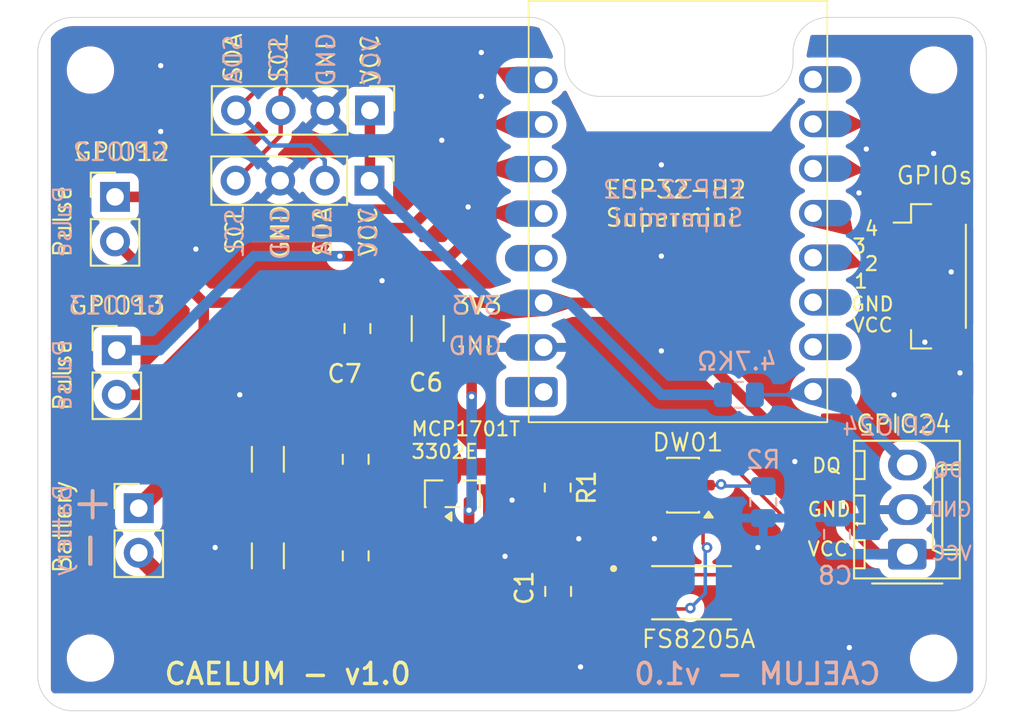
<source format=kicad_pcb>
(kicad_pcb (version 20241229) (generator "pcbnew") (generator_version "9.0")
  (layers (0 "F.Cu" signal) (2 "B.Cu" signal) (13 "F.Paste" user) (15 "B.Paste" user) (5 "F.SilkS" user "F.Silkscreen") (7 "B.SilkS" user "B.Silkscreen") (1 "F.Mask" user) (3 "B.Mask" user) (25 "Edge.Cuts" user))
  (net 0 "")
  (net 1 "Net-(U1-VCC)")
  (net 2 "BATT-")
  (net 3 "OUT-")
  (net 4 "BATT+")
  (net 5 "+3V3")
  (net 6 "Net-(U1-CS)")
  (net 8 "GPIO12")
  (net 9 "SDA")
  (net 10 "SCL")
  (net 13 "GPIO1")
  (net 14 "GPIO2")
  (net 15 "GPIO13")
  (net 17 "GPIO24")
  (net 18 "Net-(Q1-D12-Pad1)")
  (net 19 "Net-(Q1-G1)")
  (net 20 "Net-(Q1-G2)")
  (net 21 "GPIO3")
  (net 22 "GPIO4")
  (footprint "Capacitor_SMD:C_0805_2012Metric" (layer "F.Cu") (at 75.2 44.225 -90)
    (property "Reference" "C7" (at 2.575 0.735 0) (layer "F.SilkS"))
    (property "Value" "0.1µF")
    (fp_line (start -0.261252 0.735) (end 0.261252 0.735) (stroke (width 0.12)) (layer "F.SilkS"))
    (fp_line (start -0.261252 -0.735) (end 0.261252 -0.735) (stroke (width 0.12)) (layer "F.SilkS"))
    (pad "1" smd roundrect (at -0.95 0 270) (size 1 1.45) (layers "F.Cu" "F.Mask" "F.Paste") (net 5 "+3V3"))
    (pad "2" smd roundrect (at 0.95 0 270) (size 1 1.45) (layers "F.Cu" "F.Mask" "F.Paste") (net 3 "OUT-"))
  )
  (footprint "MountingHole:MountingHole_2.2mm_M2" (layer "F.Cu") (at 60 63)
    (property "Reference" "H2" (hide yes))
    (property "Value" "MountingHole")
    (pad "" np_thru_hole circle (at 0 0) (size 2.2 2.2) (drill 2.2) (layers "*.Cu" "*.Mask"))
  )
  (footprint "MountingHole:MountingHole_2.2mm_M2" (layer "F.Cu") (at 108 29.5)
    (property "Reference" "H3" (hide yes))
    (property "Value" "MountingHole")
    (pad "" np_thru_hole circle (at 0 0) (size 2.2 2.2) (drill 2.2) (layers "*.Cu" "*.Mask"))
  )
  (footprint "Capacitor_SMD:C_1206_3216Metric" (layer "F.Cu") (at 70.1 57.175 -90)
    (property "Reference" "C4" (hide yes))
    (property "Value" "1µF")
    (fp_line (start -0.711252 0.91) (end 0.711252 0.91) (stroke (width 0.12)) (layer "F.SilkS"))
    (fp_line (start -0.711252 -0.91) (end 0.711252 -0.91) (stroke (width 0.12)) (layer "F.SilkS"))
    (pad "1" smd roundrect (at -1.475 0 270) (size 1.15 1.8) (layers "F.Cu" "F.Mask" "F.Paste") (roundrect_rratio 0.217391) (net 3 "OUT-"))
    (pad "2" smd roundrect (at 1.475 0 270) (size 1.15 1.8) (layers "F.Cu" "F.Mask" "F.Paste") (roundrect_rratio 0.217391) (net 5 "+3V3"))
  )
  (footprint "Connector_PinHeader_2.54mm:PinHeader_1x02_P2.54mm_Vertical" (layer "F.Cu") (at 61.5 45.46)
    (property "Reference" "J6" (hide yes))
    (property "Value" "Pulse2")
    (fp_line (start -1.38 -1.38) (end 0 -1.38) (stroke (width 0.12)) (layer "F.SilkS"))
    (fp_line (start -1.38 0) (end -1.38 -1.38) (stroke (width 0.12)) (layer "F.SilkS"))
    (fp_line (start -1.38 1.27) (end -1.38 3.92) (stroke (width 0.12)) (layer "F.SilkS"))
    (fp_line (start -1.38 1.27) (end 1.38 1.27) (stroke (width 0.12)) (layer "F.SilkS"))
    (fp_line (start -1.38 3.92) (end 1.38 3.92) (stroke (width 0.12)) (layer "F.SilkS"))
    (fp_line (start 1.38 1.27) (end 1.38 3.92) (stroke (width 0.12)) (layer "F.SilkS"))
    (pad "1" thru_hole rect (at 0 0) (size 1.7 1.7) (drill 1) (layers "*.Cu" "*.Mask") (net 15 "GPIO13"))
    (pad "2" thru_hole circle (at 0 2.54) (size 1.7 1.7) (drill 1) (layers "*.Cu" "*.Mask") (net 5 "+3V3"))
  )
  (footprint "Connector_Molex:Molex_KK-254_AE-6410-03A_1x03_P2.54mm_Vertical" (layer "F.Cu") (at 106.5 57.08 90)
    (property "Reference" "J8" (hide yes))
    (property "Value" "DS18B20")
    (fp_line (start 6.46 -3.03) (end -1.38 -3.03) (stroke (width 0.12)) (layer "F.SilkS"))
    (fp_line (start 4.28 -3.03) (end 4.28 -2.43) (stroke (width 0.12)) (layer "F.SilkS"))
    (fp_line (start 1.74 -3.03) (end 1.74 -2.43) (stroke (width 0.12)) (layer "F.SilkS"))
    (fp_line (start -0.8 -3.03) (end -0.8 -2.43) (stroke (width 0.12)) (layer "F.SilkS"))
    (fp_line (start -1.38 -3.03) (end -1.38 2.99) (stroke (width 0.12)) (layer "F.SilkS"))
    (fp_line (start 5.88 -2.43) (end 5.88 -3.03) (stroke (width 0.12)) (layer "F.SilkS"))
    (fp_line (start 4.28 -2.43) (end 5.88 -2.43) (stroke (width 0.12)) (layer "F.SilkS"))
    (fp_line (start 3.34 -2.43) (end 3.34 -3.03) (stroke (width 0.12)) (layer "F.SilkS"))
    (fp_line (start 1.74 -2.43) (end 3.34 -2.43) (stroke (width 0.12)) (layer "F.SilkS"))
    (fp_line (start 0.8 -2.43) (end 0.8 -3.03) (stroke (width 0.12)) (layer "F.SilkS"))
    (fp_line (start -0.8 -2.43) (end 0.8 -2.43) (stroke (width 0.12)) (layer "F.SilkS"))
    (fp_line (start -1.67 -2) (end -1.67 2) (stroke (width 0.12)) (layer "F.SilkS"))
    (fp_line (start 4.83 1.46) (end 5.08 1.99) (stroke (width 0.12)) (layer "F.SilkS"))
    (fp_line (start 0.25 1.46) (end 4.83 1.46) (stroke (width 0.12)) (layer "F.SilkS"))
    (fp_line (start 5.08 1.99) (end 5.08 2.99) (stroke (width 0.12)) (layer "F.SilkS"))
    (fp_line (start 0 1.99) (end 0.25 1.46) (stroke (width 0.12)) (layer "F.SilkS"))
    (fp_line (start 0 1.99) (end 5.08 1.99) (stroke (width 0.12)) (layer "F.SilkS"))
    (fp_line (start 6.46 2.99) (end 6.46 -3.03) (stroke (width 0.12)) (layer "F.SilkS"))
    (fp_line (start 4.83 2.99) (end 4.83 1.99) (stroke (width 0.12)) (layer "F.SilkS"))
    (fp_line (start 0.25 2.99) (end 0.25 1.99) (stroke (width 0.12)) (layer "F.SilkS"))
    (fp_line (start 0 2.99) (end 0 1.99) (stroke (width 0.12)) (layer "F.SilkS"))
    (fp_line (start -1.38 2.99) (end 6.46 2.99) (stroke (width 0.12)) (layer "F.SilkS"))
    (pad "1" thru_hole roundrect (at 0 0 90) (size 1.74 2.19) (drill 1.19) (layers "*.Cu" "*.Mask") (roundrect_rratio 0.143678) (net 5 "+3V3"))
    (pad "2" thru_hole oval (at 2.54 0 90) (size 1.74 2.19) (drill 1.19) (layers "*.Cu" "*.Mask") (net 3 "OUT-"))
    (pad "3" thru_hole oval (at 5.08 0 90) (size 1.74 2.19) (drill 1.19) (layers "*.Cu" "*.Mask") (net 17 "GPIO24"))
  )
  (footprint "Connector_PinHeader_2.54mm:PinHeader_1x02_P2.54mm_Vertical" (layer "F.Cu") (at 61.4 36.725)
    (property "Reference" "J3" (hide yes))
    (property "Value" "Pulse1")
    (fp_line (start -1.38 -1.38) (end 0 -1.38) (stroke (width 0.12)) (layer "F.SilkS"))
    (fp_line (start -1.38 0) (end -1.38 -1.38) (stroke (width 0.12)) (layer "F.SilkS"))
    (fp_line (start -1.38 1.27) (end -1.38 3.92) (stroke (width 0.12)) (layer "F.SilkS"))
    (fp_line (start -1.38 1.27) (end 1.38 1.27) (stroke (width 0.12)) (layer "F.SilkS"))
    (fp_line (start -1.38 3.92) (end 1.38 3.92) (stroke (width 0.12)) (layer "F.SilkS"))
    (fp_line (start 1.38 1.27) (end 1.38 3.92) (stroke (width 0.12)) (layer "F.SilkS"))
    (pad "1" thru_hole rect (at 0 0) (size 1.7 1.7) (drill 1) (layers "*.Cu" "*.Mask") (net 8 "GPIO12"))
    (pad "2" thru_hole circle (at 0 2.54) (size 1.7 1.7) (drill 1) (layers "*.Cu" "*.Mask") (net 5 "+3V3"))
  )
  (footprint "Capacitor_SMD:C_0805_2012Metric" (layer "F.Cu") (at 75.1 57.175 -90)
    (property "Reference" "C5" (hide yes))
    (property "Value" "0.1µF")
    (fp_line (start -0.261252 0.735) (end 0.261252 0.735) (stroke (width 0.12)) (layer "F.SilkS"))
    (fp_line (start -0.261252 -0.735) (end 0.261252 -0.735) (stroke (width 0.12)) (layer "F.SilkS"))
    (pad "1" smd roundrect (at -0.95 0 270) (size 1 1.45) (layers "F.Cu" "F.Mask" "F.Paste") (net 3 "OUT-"))
    (pad "2" smd roundrect (at 0.95 0 270) (size 1 1.45) (layers "F.Cu" "F.Mask" "F.Paste") (net 5 "+3V3"))
  )
  (footprint "Capacitor_SMD:C_1206_3216Metric" (layer "F.Cu") (at 79.2 44.225 -90)
    (property "Reference" "C6" (at 3.075 0.1 180) (layer "F.SilkS"))
    (property "Value" "1µF")
    (fp_line (start -0.711252 0.91) (end 0.711252 0.91) (stroke (width 0.12)) (layer "F.SilkS"))
    (fp_line (start -0.711252 -0.91) (end 0.711252 -0.91) (stroke (width 0.12)) (layer "F.SilkS"))
    (pad "1" smd roundrect (at -1.475 0 270) (size 1.15 1.8) (layers "F.Cu" "F.Mask" "F.Paste") (roundrect_rratio 0.217391) (net 5 "+3V3"))
    (pad "2" smd roundrect (at 1.475 0 270) (size 1.15 1.8) (layers "F.Cu" "F.Mask" "F.Paste") (roundrect_rratio 0.217391) (net 3 "OUT-"))
  )
  (footprint "MountingHole:MountingHole_2.2mm_M2" (layer "F.Cu") (at 60 29.5)
    (property "Reference" "H1" (hide yes))
    (property "Value" "MountingHole")
    (pad "" np_thru_hole circle (at 0 0) (size 2.2 2.2) (drill 2.2) (layers "*.Cu" "*.Mask"))
  )
  (footprint "Capacitor_SMD:C_1206_3216Metric" (layer "F.Cu") (at 70.1 51.675 -90)
    (property "Reference" "C2" (hide yes))
    (property "Value" "1µF")
    (fp_line (start -0.711252 0.91) (end 0.711252 0.91) (stroke (width 0.12)) (layer "F.SilkS"))
    (fp_line (start -0.711252 -0.91) (end 0.711252 -0.91) (stroke (width 0.12)) (layer "F.SilkS"))
    (pad "1" smd roundrect (at -1.475 0 270) (size 1.15 1.8) (layers "F.Cu" "F.Mask" "F.Paste") (roundrect_rratio 0.217391) (net 4 "BATT+"))
    (pad "2" smd roundrect (at 1.475 0 270) (size 1.15 1.8) (layers "F.Cu" "F.Mask" "F.Paste") (roundrect_rratio 0.217391) (net 3 "OUT-"))
  )
  (footprint "Capacitor_SMD:C_0805_2012Metric" (layer "F.Cu") (at 86.625 59.2 -90)
    (property "Reference" "C1" (at -0.2 1.925 270) (layer "F.SilkS"))
    (property "Value" "0.1µF")
    (fp_line (start -0.261252 0.735) (end 0.261252 0.735) (stroke (width 0.12)) (layer "F.SilkS"))
    (fp_line (start -0.261252 -0.735) (end 0.261252 -0.735) (stroke (width 0.12)) (layer "F.SilkS"))
    (pad "1" smd roundrect (at -0.95 0 270) (size 1 1.45) (layers "F.Cu" "F.Mask" "F.Paste") (net 1 "Net-(U1-VCC)"))
    (pad "2" smd roundrect (at 0.95 0 270) (size 1 1.45) (layers "F.Cu" "F.Mask" "F.Paste") (net 2 "BATT-"))
  )
  (footprint "FS8205A:SOP65P640X120-8N-FC" (layer "F.Cu") (at 94.22 59.275)
    (property "Reference" "Q1" (hide yes))
    (property "Value" "FS8205A-FC")
    (fp_line (start -2.25 -1.515) (end 2.25 -1.515) (stroke (width 0.127)) (layer "F.SilkS"))
    (fp_line (start -2.25 1.515) (end 2.25 1.515) (stroke (width 0.127)) (layer "F.SilkS"))
    (fp_circle (center -4.44 -1.375) (end -4.34 -1.375) (stroke (width 0.2)) (fill no) (layer "F.SilkS"))
    (pad "1" smd roundrect (at -2.88 -0.975) (size 1.56 0.4) (layers "F.Cu" "F.Mask" "F.Paste") (roundrect_rratio 0.125) (net 18 "Net-(Q1-D12-Pad1)") (clearance 0.15))
    (pad "2" smd roundrect (at -2.88 -0.325) (size 1.56 0.4) (layers "F.Cu" "F.Mask" "F.Paste") (roundrect_rratio 0.125) (net 2 "BATT-") (clearance 0.15))
    (pad "3" smd roundrect (at -2.88 0.325) (size 1.56 0.4) (layers "F.Cu" "F.Mask" "F.Paste") (roundrect_rratio 0.125) (net 2 "BATT-") (clearance 0.15))
    (pad "4" smd roundrect (at -2.88 0.975) (size 1.56 0.4) (layers "F.Cu" "F.Mask" "F.Paste") (roundrect_rratio 0.125) (net 19 "Net-(Q1-G1)") (clearance 0.15))
    (pad "5" smd roundrect (at 2.88 0.975) (size 1.56 0.4) (layers "F.Cu" "F.Mask" "F.Paste") (roundrect_rratio 0.125) (net 20 "Net-(Q1-G2)") (clearance 0.15))
    (pad "6" smd roundrect (at 2.88 0.325) (size 1.56 0.4) (layers "F.Cu" "F.Mask" "F.Paste") (roundrect_rratio 0.125) (net 3 "OUT-") (clearance 0.15))
    (pad "7" smd roundrect (at 2.88 -0.325) (size 1.56 0.4) (layers "F.Cu" "F.Mask" "F.Paste") (roundrect_rratio 0.125) (net 3 "OUT-") (clearance 0.15))
    (pad "8" smd roundrect (at 2.88 -0.975) (size 1.56 0.4) (layers "F.Cu" "F.Mask" "F.Paste") (roundrect_rratio 0.125) (net 18 "Net-(Q1-D12-Pad1)") (clearance 0.15))
  )
  (footprint "Package_TO_SOT_SMD:SOT-23" (layer "F.Cu") (at 80.6 53.6375 90)
    (property "Reference" "U2" (hide yes))
    (property "Value" "MCP1700T-3302E")
    (fp_line (start 0.76 -1.56) (end 0.76 -0.56) (stroke (width 0.12)) (layer "F.SilkS"))
    (fp_line (start -0.76 -1.56) (end 0.76 -1.56) (stroke (width 0.12)) (layer "F.SilkS"))
    (fp_line (start -0.76 -1.51) (end -0.76 -1.56) (stroke (width 0.12)) (layer "F.SilkS"))
    (fp_line (start -0.76 0.39) (end -0.76 -0.39) (stroke (width 0.12)) (layer "F.SilkS"))
    (fp_line (start 0.76 0.56) (end 0.76 1.56) (stroke (width 0.12)) (layer "F.SilkS"))
    (fp_line (start 0.76 1.56) (end -0.76 1.56) (stroke (width 0.12)) (layer "F.SilkS"))
    (fp_line (start -0.76 1.56) (end -0.76 1.51) (stroke (width 0.12)) (layer "F.SilkS"))
    (fp_poly (pts (xy -1.3 -0.38) (xy -1.06 -0.05) (xy -1.54 -0.05)) (stroke (width 0.12)) (fill yes) (layer "F.SilkS"))
    (pad "1" smd roundrect (at -0.9375 -0.95 90) (size 1.475 0.6) (layers "F.Cu" "F.Mask" "F.Paste") (net 3 "OUT-"))
    (pad "2" smd roundrect (at -0.9375 0.95 90) (size 1.475 0.6) (layers "F.Cu" "F.Mask" "F.Paste") (net 5 "+3V3"))
    (pad "3" smd roundrect (at 0.9375 0 90) (size 1.475 0.6) (layers "F.Cu" "F.Mask" "F.Paste") (net 4 "BATT+"))
  )
  (footprint "Connector_PinHeader_2.54mm:PinHeader_1x04_P2.54mm_Vertical" (layer "F.Cu") (at 75.88 35.8 -90)
    (property "Reference" "J7" (hide yes))
    (property "Value" "Conn_01x04_Pin")
    (fp_line (start -1.38 9) (end 1.38 9) (stroke (width 0.12)) (layer "F.SilkS"))
    (fp_line (start -1.38 1.27) (end -1.38 9) (stroke (width 0.12)) (layer "F.SilkS"))
    (fp_line (start -1.38 1.27) (end 1.38 1.27) (stroke (width 0.12)) (layer "F.SilkS"))
    (fp_line (start 1.38 1.27) (end 1.38 9) (stroke (width 0.12)) (layer "F.SilkS"))
    (fp_line (start -1.38 0) (end -1.38 -1.38) (stroke (width 0.12)) (layer "F.SilkS"))
    (fp_line (start -1.38 -1.38) (end 0 -1.38) (stroke (width 0.12)) (layer "F.SilkS"))
    (pad "1" thru_hole rect (at 0 0 270) (size 1.7 1.7) (drill 1) (layers "*.Cu" "*.Mask") (net 5 "+3V3"))
    (pad "2" thru_hole circle (at 0 2.54 270) (size 1.7 1.7) (drill 1) (layers "*.Cu" "*.Mask") (net 9 "SDA"))
    (pad "3" thru_hole circle (at 0 5.08 270) (size 1.7 1.7) (drill 1) (layers "*.Cu" "*.Mask") (net 3 "OUT-"))
    (pad "4" thru_hole circle (at 0 7.62 270) (size 1.7 1.7) (drill 1) (layers "*.Cu" "*.Mask") (net 10 "SCL"))
  )
  (footprint "Connector_PinHeader_2.54mm:PinHeader_1x02_P2.54mm_Vertical" (layer "F.Cu") (at 62.75 54.46)
    (property "Reference" "J4" (hide yes))
    (property "Value" "Batt")
    (fp_line (start -1.38 -1.38) (end 0 -1.38) (stroke (width 0.12)) (layer "F.SilkS"))
    (fp_line (start -1.38 0) (end -1.38 -1.38) (stroke (width 0.12)) (layer "F.SilkS"))
    (fp_line (start -1.38 1.27) (end -1.38 3.92) (stroke (width 0.12)) (layer "F.SilkS"))
    (fp_line (start -1.38 1.27) (end 1.38 1.27) (stroke (width 0.12)) (layer "F.SilkS"))
    (fp_line (start -1.38 3.92) (end 1.38 3.92) (stroke (width 0.12)) (layer "F.SilkS"))
    (fp_line (start 1.38 1.27) (end 1.38 3.92) (stroke (width 0.12)) (layer "F.SilkS"))
    (pad "1" thru_hole rect (at 0 0) (size 1.7 1.7) (drill 1) (layers "*.Cu" "*.Mask") (net 4 "BATT+"))
    (pad "2" thru_hole circle (at 0 2.54) (size 1.7 1.7) (drill 1) (layers "*.Cu" "*.Mask") (net 2 "BATT-"))
  )
  (footprint "Connector_PinHeader_2.54mm:PinHeader_1x04_P2.54mm_Vertical" (layer "F.Cu") (at 75.91 31.8 -90)
    (property "Reference" "J10" (hide yes))
    (property "Value" "Conn_01x04_Pin")
    (fp_line (start -1.38 9) (end 1.38 9) (stroke (width 0.12)) (layer "F.SilkS"))
    (fp_line (start -1.38 1.27) (end -1.38 9) (stroke (width 0.12)) (layer "F.SilkS"))
    (fp_line (start -1.38 1.27) (end 1.38 1.27) (stroke (width 0.12)) (layer "F.SilkS"))
    (fp_line (start 1.38 1.27) (end 1.38 9) (stroke (width 0.12)) (layer "F.SilkS"))
    (fp_line (start -1.38 0) (end -1.38 -1.38) (stroke (width 0.12)) (layer "F.SilkS"))
    (fp_line (start -1.38 -1.38) (end 0 -1.38) (stroke (width 0.12)) (layer "F.SilkS"))
    (pad "1" thru_hole rect (at 0 0 270) (size 1.7 1.7) (drill 1) (layers "*.Cu" "*.Mask") (net 5 "+3V3"))
    (pad "2" thru_hole circle (at 0 2.54 270) (size 1.7 1.7) (drill 1) (layers "*.Cu" "*.Mask") (net 3 "OUT-"))
    (pad "3" thru_hole circle (at 0 5.08 270) (size 1.7 1.7) (drill 1) (layers "*.Cu" "*.Mask") (net 10 "SCL"))
    (pad "4" thru_hole circle (at 0 7.62 270) (size 1.7 1.7) (drill 1) (layers "*.Cu" "*.Mask") (net 9 "SDA"))
  )
  (footprint "MountingHole:MountingHole_2.2mm_M2" (layer "F.Cu") (at 108 63)
    (property "Reference" "H4" (hide yes))
    (property "Value" "MountingHole")
    (pad "" np_thru_hole circle (at 0 0) (size 2.2 2.2) (drill 2.2) (layers "*.Cu" "*.Mask"))
  )
  (footprint "esp32-h2-supermini:ESP32H2-Supermini" (layer "F.Cu") (at 92.947363 50.559822)
    (property "Reference" "U3" (hide yes))
    (property "Value" "ESP32-H2-SUPERMINI")
    (fp_rect (start -8 -25) (end 9 -1) (stroke (width 0.1)) (fill no) (layer "F.SilkS"))
    (pad "2" thru_hole oval (at -7.15 -20.5 180) (size 3 1.5) (drill 1 (offset 0.7 0)) (layers "*.Cu" "*.Mask") (net 9 "SDA"))
    (pad "3" thru_hole oval (at -7.15 -17.96 180) (size 3 1.5) (drill 1 (offset 0.7 0)) (layers "*.Cu" "*.Mask") (net 10 "SCL"))
    (pad "4" thru_hole oval (at -7.15 -15.42 180) (size 3 1.5) (drill 1 (offset 0.7 0)) (layers "*.Cu" "*.Mask") (net 8 "GPIO12"))
    (pad "5" thru_hole oval (at -7.15 -12.88 180) (size 3 1.5) (drill 1 (offset 0.7 0)) (layers "*.Cu" "*.Mask") (net 15 "GPIO13"))
    (pad "6" thru_hole oval (at -7.15 -10.34 180) (size 3 1.5) (drill 1 (offset 0.7 0)) (layers "*.Cu" "*.Mask"))
    (pad "7" thru_hole oval (at -7.15 -7.8 180) (size 3 1.5) (drill 1 (offset 0.7 0)) (layers "*.Cu" "*.Mask") (net 5 "+3V3"))
    (pad "8" thru_hole oval (at -7.15 -5.26 180) (size 3 1.5) (drill 1 (offset 0.7 0)) (layers "*.Cu" "*.Mask") (net 3 "OUT-"))
    (pad "9" thru_hole roundrect (at -7.15 -2.72 180) (size 3 1.7) (drill 1 (offset 0.7 0)) (layers "*.Cu" "*.Mask") (roundrect_rratio 0.1470588235))
    (pad "12" thru_hole oval (at 8.188242 -20.527323) (size 3 1.5) (drill 1 (offset 0.7 0)) (layers "*.Cu" "*.Mask"))
    (pad "13" thru_hole oval (at 8.188242 -17.987323) (size 3 1.5) (drill 1 (offset 0.7 0)) (layers "*.Cu" "*.Mask") (net 22 "GPIO4"))
    (pad "14" thru_hole oval (at 8.188242 -15.447323) (size 3 1.5) (drill 1 (offset 0.7 0)) (layers "*.Cu" "*.Mask") (net 21 "GPIO3"))
    (pad "15" thru_hole oval (at 8.188242 -12.907323) (size 3 1.5) (drill 1 (offset 0.7 0)) (layers "*.Cu" "*.Mask") (net 14 "GPIO2"))
    (pad "16" thru_hole oval (at 8.188242 -10.367323) (size 3 1.5) (drill 1 (offset 0.7 0)) (layers "*.Cu" "*.Mask") (net 13 "GPIO1"))
    (pad "17" thru_hole oval (at 8.188242 -7.827323) (size 3 1.5) (drill 1 (offset 0.7 0)) (layers "*.Cu" "*.Mask"))
    (pad "18" thru_hole oval (at 8.188242 -5.287323) (size 3 1.5) (drill 1 (offset 0.7 0)) (layers "*.Cu" "*.Mask"))
    (pad "19" thru_hole oval (at 8.188242 -2.747323) (size 3 1.5) (drill 1 (offset 0.7 0)) (layers "*.Cu" "*.Mask") (net 17 "GPIO24"))
  )
  (footprint "Resistor_SMD:R_0805_2012Metric" (layer "F.Cu") (at 86.6 53.2875 -90)
    (property "Reference" "R1" (at 0 -1.65 90) (layer "F.SilkS"))
    (property "Value" "100R")
    (fp_line (start -0.227064 0.735) (end 0.227064 0.735) (stroke (width 0.12)) (layer "F.SilkS"))
    (fp_line (start -0.227064 -0.735) (end 0.227064 -0.735) (stroke (width 0.12)) (layer "F.SilkS"))
    (pad "1" smd roundrect (at -0.9125 0 270) (size 1.025 1.4) (layers "F.Cu" "F.Mask" "F.Paste") (roundrect_rratio 0.243902) (net 4 "BATT+"))
    (pad "2" smd roundrect (at 0.9125 0 270) (size 1.025 1.4) (layers "F.Cu" "F.Mask" "F.Paste") (roundrect_rratio 0.243902) (net 1 "Net-(U1-VCC)"))
  )
  (footprint "Capacitor_SMD:C_0805_2012Metric" (layer "F.Cu") (at 75.1 51.675 -90)
    (property "Reference" "C3" (hide yes))
    (property "Value" "0.1µF")
    (fp_line (start -0.261252 0.735) (end 0.261252 0.735) (stroke (width 0.12)) (layer "F.SilkS"))
    (fp_line (start -0.261252 -0.735) (end 0.261252 -0.735) (stroke (width 0.12)) (layer "F.SilkS"))
    (pad "1" smd roundrect (at -0.95 0 270) (size 1 1.45) (layers "F.Cu" "F.Mask" "F.Paste") (net 4 "BATT+"))
    (pad "2" smd roundrect (at 0.95 0 270) (size 1 1.45) (layers "F.Cu" "F.Mask" "F.Paste") (net 3 "OUT-"))
  )
  (footprint "Package_TO_SOT_SMD:SOT-23-6" (layer "F.Cu") (at 93.7375 53.15 180)
    (property "Reference" "U1" (hide yes))
    (property "Value" "DW01A")
    (fp_line (start 0.91 1.56) (end -0.91 1.56) (stroke (width 0.12)) (layer "F.SilkS"))
    (fp_line (start 0.91 1.51) (end 0.91 1.56) (stroke (width 0.12)) (layer "F.SilkS"))
    (fp_line (start 0.91 -1.56) (end 0.91 -1.51) (stroke (width 0.12)) (layer "F.SilkS"))
    (fp_line (start -0.91 1.56) (end -0.91 1.51) (stroke (width 0.12)) (layer "F.SilkS"))
    (fp_line (start -0.91 -1.51) (end -0.91 -1.56) (stroke (width 0.12)) (layer "F.SilkS"))
    (fp_line (start -0.91 -1.56) (end 0.91 -1.56) (stroke (width 0.12)) (layer "F.SilkS"))
    (fp_poly (pts (xy -1.45 -1.51) (xy -1.69 -1.84) (xy -1.21 -1.84)) (stroke (width 0.12)) (fill yes) (layer "F.SilkS"))
    (pad "1" smd roundrect (at -1.1375 -0.95 180) (size 1.325 0.6) (layers "F.Cu" "F.Mask" "F.Paste") (net 19 "Net-(Q1-G1)"))
    (pad "2" smd roundrect (at -1.1375 0 180) (size 1.325 0.6) (layers "F.Cu" "F.Mask" "F.Paste") (net 6 "Net-(U1-CS)"))
    (pad "3" smd roundrect (at -1.1375 0.95 180) (size 1.325 0.6) (layers "F.Cu" "F.Mask" "F.Paste") (net 20 "Net-(Q1-G2)"))
    (pad "4" smd roundrect (at 1.1375 0.95 180) (size 1.325 0.6) (layers "F.Cu" "F.Mask" "F.Paste"))
    (pad "5" smd roundrect (at 1.1375 0 180) (size 1.325 0.6) (layers "F.Cu" "F.Mask" "F.Paste") (net 1 "Net-(U1-VCC)"))
    (pad "6" smd roundrect (at 1.1375 -0.95 180) (size 1.325 0.6) (layers "F.Cu" "F.Mask" "F.Paste") (net 2 "BATT-"))
  )
  (footprint "Connector_JST:JST_SH_BM06B-SRSS-TB_1x06-1MP_P1.00mm_Vertical" (layer "F.Cu") (at 107.825 41.25 -90)
    (property "Reference" "J1" (hide yes))
    (property "Value" "Conn_01x06_Pin")
    (fp_line (start -4.11 1.11) (end -3.06 1.11) (stroke (width 0.12)) (layer "F.SilkS"))
    (fp_line (start -3.06 1.11) (end -3.06 2.1) (stroke (width 0.12)) (layer "F.SilkS"))
    (fp_line (start 4.11 1.11) (end 3.06 1.11) (stroke (width 0.12)) (layer "F.SilkS"))
    (fp_line (start -4.11 -0.04) (end -4.11 1.11) (stroke (width 0.12)) (layer "F.SilkS"))
    (fp_line (start 4.11 -0.04) (end 4.11 1.11) (stroke (width 0.12)) (layer "F.SilkS"))
    (fp_line (start -2.94 -2.01) (end 2.94 -2.01) (stroke (width 0.12)) (layer "F.SilkS"))
    (pad "1" smd roundrect (at -2.5 1.325 270) (size 0.6 1.55) (layers "F.Cu" "F.Mask" "F.Paste") (net 22 "GPIO4"))
    (pad "2" smd roundrect (at -1.5 1.325 270) (size 0.6 1.55) (layers "F.Cu" "F.Mask" "F.Paste") (net 21 "GPIO3"))
    (pad "3" smd roundrect (at -0.5 1.325 270) (size 0.6 1.55) (layers "F.Cu" "F.Mask" "F.Paste") (net 14 "GPIO2"))
    (pad "4" smd roundrect (at 0.5 1.325 270) (size 0.6 1.55) (layers "F.Cu" "F.Mask" "F.Paste") (net 13 "GPIO1"))
    (pad "5" smd roundrect (at 1.5 1.325 270) (size 0.6 1.55) (layers "F.Cu" "F.Mask" "F.Paste") (net 3 "OUT-"))
    (pad "6" smd roundrect (at 2.5 1.325 270) (size 0.6 1.55) (layers "F.Cu" "F.Mask" "F.Paste") (net 5 "+3V3"))
    (pad "MP" smd roundrect (at -3.8 -1.2 270) (size 1.2 1.8) (layers "F.Cu" "F.Mask" "F.Paste") (roundrect_rratio 0.208333))
    (pad "MP" smd roundrect (at 3.8 -1.2 270) (size 1.2 1.8) (layers "F.Cu" "F.Mask" "F.Paste") (roundrect_rratio 0.208333))
  )
  (footprint "Resistor_SMD:R_0805_2012Metric" (layer "B.Cu") (at 98.3 54.1125 -90)
    (property "Reference" "R2" (at -2.4125 0 180) (layer "B.SilkS") (effects (justify mirror)))
    (property "Value" "1K")
    (fp_line (start -0.227064 0.735) (end 0.227064 0.735) (stroke (width 0.12)) (layer "B.SilkS"))
    (fp_line (start -0.227064 -0.735) (end 0.227064 -0.735) (stroke (width 0.12)) (layer "B.SilkS"))
    (pad "1" smd roundrect (at -0.9125 0 270) (size 1.025 1.4) (layers "B.Cu" "B.Mask" "B.Paste") (roundrect_rratio 0.243902) (net 6 "Net-(U1-CS)"))
    (pad "2" smd roundrect (at 0.9125 0 270) (size 1.025 1.4) (layers "B.Cu" "B.Mask" "B.Paste") (roundrect_rratio 0.243902) (net 3 "OUT-"))
  )
  (footprint "Resistor_SMD:R_0805_2012Metric" (layer "B.Cu") (at 96.9125 48)
    (property "Reference" "R3" (hide yes))
    (property "Value" "4.7K")
    (fp_line (start -0.227064 -0.735) (end 0.227064 -0.735) (stroke (width 0.12)) (layer "B.SilkS"))
    (fp_line (start -0.227064 0.735) (end 0.227064 0.735) (stroke (width 0.12)) (layer "B.SilkS"))
    (pad "1" smd roundrect (at -0.9125 0) (size 1.025 1.4) (layers "B.Cu" "B.Mask" "B.Paste") (roundrect_rratio 0.243902) (net 5 "+3V3"))
    (pad "2" smd roundrect (at 0.9125 0) (size 1.025 1.4) (layers "B.Cu" "B.Mask" "B.Paste") (roundrect_rratio 0.243902) (net 17 "GPIO24"))
  )
  (footprint "Capacitor_SMD:C_0805_2012Metric" (layer "B.Cu") (at 102.5 55.95 -90)
    (property "Reference" "C8" (at 2.35 0.1 180) (layer "B.SilkS") (effects (justify mirror)))
    (property "Value" "0.1µF")
    (fp_line (start -0.261252 0.735) (end 0.261252 0.735) (stroke (width 0.12)) (layer "B.SilkS"))
    (fp_line (start -0.261252 -0.735) (end 0.261252 -0.735) (stroke (width 0.12)) (layer "B.SilkS"))
    (pad "1" smd roundrect (at -0.95 0 270) (size 1 1.45) (layers "B.Cu" "B.Mask" "B.Paste") (net 3 "OUT-"))
    (pad "2" smd roundrect (at 0.95 0 270) (size 1 1.45) (layers "B.Cu" "B.Mask" "B.Paste") (net 5 "+3V3"))
  )
  (gr_line (start 92.7 54.2) (end 92.6 54.1) (stroke (width 0.2)) (layer "F.Cu") (net 2))
  (gr_line (start 92.6 54.1) (end 92.2 54.3) (stroke (width 0.2)) (layer "F.Cu") (net 2))
  (gr_line (start 100 28.5) (end 100 29) (stroke (width 0.05)) (layer "Edge.Cuts"))
  (gr_arc (start 111 64) (mid 110.414214 65.414214) (end 109 66) (stroke (width 0.05)) (layer "Edge.Cuts"))
  (gr_arc (start 109 26.5) (mid 110.414214 27.085786) (end 111 28.5) (stroke (width 0.05)) (layer "Edge.Cuts"))
  (gr_line (start 87 28.5) (end 87 29) (stroke (width 0.05)) (layer "Edge.Cuts"))
  (gr_line (start 111 64) (end 111 28.5) (stroke (width 0.05)) (layer "Edge.Cuts"))
  (gr_arc (start 57 28.5) (mid 57.585786 27.085786) (end 59 26.5) (stroke (width 0.05)) (layer "Edge.Cuts"))
  (gr_line (start 59 26.5) (end 85 26.5) (stroke (width 0.05)) (layer "Edge.Cuts"))
  (gr_arc (start 100 29) (mid 99.414214 30.414214) (end 98 31) (stroke (width 0.05)) (layer "Edge.Cuts"))
  (gr_line (start 89 31) (end 98 31) (stroke (width 0.05)) (layer "Edge.Cuts"))
  (gr_arc (start 85 26.5) (mid 86.414214 27.085786) (end 87 28.5) (stroke (width 0.05)) (layer "Edge.Cuts"))
  (gr_line (start 109 26.5) (end 102 26.5) (stroke (width 0.05)) (layer "Edge.Cuts"))
  (gr_line (start 57 28.5) (end 57 64) (stroke (width 0.05)) (layer "Edge.Cuts"))
  (gr_arc (start 89 31) (mid 87.585786 30.414214) (end 87 29) (stroke (width 0.05)) (layer "Edge.Cuts"))
  (gr_arc (start 59 66) (mid 57.585786 65.414214) (end 57 64) (stroke (width 0.05)) (layer "Edge.Cuts"))
  (gr_line (start 59 66) (end 109 66) (stroke (width 0.05)) (layer "Edge.Cuts"))
  (gr_arc (start 100 28.5) (mid 100.585786 27.085786) (end 102 26.5) (stroke (width 0.05)) (layer "Edge.Cuts"))
  (gr_text "Battery" (at 59 58.25 90) (layer "F.SilkS") (effects (font (size 1 1) (thickness 0.125)) (justify left bottom)))
  (gr_text "DQ" (at 101 52.5 0) (layer "F.SilkS") (effects (font (size 0.8 0.8) (thickness 0.125)) (justify left bottom)))
  (gr_text "CAELUM - v1.0" (at 64.1 64.6 0) (layer "F.SilkS") (effects (font (size 1.2 1.2) (thickness 0.2) (bold yes)) (justify left bottom)))
  (gr_text "GND" (at 100.75 55 0) (layer "F.SilkS") (effects (font (size 0.8 0.8) (thickness 0.125)) (justify left bottom)))
  (gr_text "GND" (at 74 30.5 90) (layer "F.SilkS") (effects (font (size 1 1) (thickness 0.125)) (justify left bottom)))
  (gr_text "4" (at 104 39 0) (layer "F.SilkS") (effects (font (size 0.8 0.8) (thickness 0.125)) (justify left bottom)))
  (gr_text "2" (at 104 41 0) (layer "F.SilkS") (effects (font (size 0.8 0.8) (thickness 0.125)) (justify left bottom)))
  (gr_text "MCP1701T\n3302E" (at 78.2 51.7 0) (layer "F.SilkS") (effects (font (size 0.8 0.8) (thickness 0.125)) (justify left bottom)))
  (gr_text "VCC" (at 76.4 40.2 90) (layer "F.SilkS") (effects (font (size 1 1) (thickness 0.125)) (justify left bottom)))
  (gr_text "GPIO24" (at 103.5 50.25 0) (layer "F.SilkS") (effects (font (size 1 1) (thickness 0.125)) (justify left bottom)))
  (gr_text "SCL" (at 68.8 40.1 90) (layer "F.SilkS") (effects (font (size 1 1) (thickness 0.125)) (justify left bottom)))
  (gr_text "Pulse" (at 59 40.25 90) (layer "F.SilkS") (effects (font (size 1 1) (thickness 0.125)) (justify left bottom)))
  (gr_text "SDA" (at 73.8 40.2 90) (layer "F.SilkS") (effects (font (size 1 1) (thickness 0.125)) (justify left bottom)))
  (gr_text "SDA" (at 68.7 30.3 90) (layer "F.SilkS") (effects (font (size 1 1) (thickness 0.125)) (justify left bottom)))
  (gr_text "GPIOs" (at 105.805103 36.093748 0) (layer "F.SilkS") (effects (font (size 1 1) (thickness 0.125)) (justify left bottom)))
  (gr_text "VCC" (at 76.5 30.4 90) (layer "F.SilkS") (effects (font (size 1 1) (thickness 0.125)) (justify left bottom)))
  (gr_text "GND" (at 103.2 43.3 0) (layer "F.SilkS") (effects (font (size 0.8 0.8) (thickness 0.125)) (justify left bottom)))
  (gr_text "1" (at 103.4 42 0) (layer "F.SilkS") (effects (font (size 0.8 0.8) (thickness 0.125)) (justify left bottom)))
  (gr_text "GND" (at 80.3 45.8 0) (layer "F.SilkS") (effects (font (size 1 1) (thickness 0.125)) (justify left bottom)))
  (gr_text "VCC" (at 100.75 57.25 0) (layer "F.SilkS") (effects (font (size 0.8 0.8) (thickness 0.125)) (justify left bottom)))
  (gr_text "3" (at 103.3 40 0) (layer "F.SilkS") (effects (font (size 0.8 0.8) (thickness 0.125)) (justify left bottom)))
  (gr_text "SCL" (at 71.3 30.3 90) (layer "F.SilkS") (effects (font (size 1 1) (thickness 0.125)) (justify left bottom)))
  (gr_text "Pulse" (at 59 49 90) (layer "F.SilkS") (effects (font (size 1 1) (thickness 0.125)) (justify left bottom)))
  (gr_text "VCC" (at 103.3 44.5 0) (layer "F.SilkS") (effects (font (size 0.8 0.8) (thickness 0.125)) (justify left bottom)))
  (gr_text "FS8205A" (at 91.3 62.5 0) (layer "F.SilkS") (effects (font (size 1 1) (thickness 0.125)) (justify left bottom)))
  (gr_text "GND" (at 71.4 40.3 90) (layer "F.SilkS") (effects (font (size 1 1) (thickness 0.125)) (justify left bottom)))
  (gr_text "3V3" (at 80.6 43.5 0) (layer "F.SilkS") (effects (font (size 1 1) (thickness 0.125)) (justify left bottom)))
  (gr_text "+" (at 58.75 55.25 0) (layer "F.SilkS") (effects (font (size 2 2) (thickness 0.2)) (justify left bottom)))
  (gr_text "GPIO13" (at 58.75 43.5 0) (layer "F.SilkS") (effects (font (size 1 1) (thickness 0.125)) (justify left bottom)))
  (gr_text "GPIO12" (at 59 34.75 0) (layer "F.SilkS") (effects (font (size 1 1) (thickness 0.125)) (justify left bottom)))
  (gr_text "DW01" (at 91.9 51.3 0) (layer "F.SilkS") (effects (font (size 1 1) (thickness 0.125)) (justify left bottom)))
  (gr_text "ESP32-H2 \nSupermini" (at 89.25 38.5 0) (layer "F.SilkS") (effects (font (size 1 1) (thickness 0.125)) (justify left bottom)))
  (gr_text "-" (at 61 58.25 90) (layer "F.SilkS") (effects (font (size 2 2) (thickness 0.2)) (justify left bottom)))
  (gr_text "GND" (at 110.25 55 0) (layer "B.SilkS") (effects (font (size 0.8 0.8) (thickness 0.125)) (justify left bottom mirror)))
  (gr_text "VCC" (at 76.6 27.5 90) (layer "B.SilkS") (effects (font (size 1 1) (thickness 0.125)) (justify left bottom mirror)))
  (gr_text "GPIO24" (at 108.3 50.4 -0) (layer "B.SilkS") (effects (font (size 1 1) (thickness 0.125)) (justify left bottom mirror)))
  (gr_text "SCL" (at 71.3 27.5 90) (layer "B.SilkS") (effects (font (size 1 1) (thickness 0.125)) (justify left bottom mirror)))
  (gr_text "GPIO13" (at 64.25 43.5 -0) (layer "B.SilkS") (effects (font (size 1 1) (thickness 0.125)) (justify left bottom mirror)))
  (gr_text "+" (at 61.5 55.25 -0) (layer "B.SilkS") (effects (font (size 2 2) (thickness 0.2)) (justify left bottom mirror)))
  (gr_text "GND" (at 83.5 45.8 -0) (layer "B.SilkS") (effects (font (size 1 1) (thickness 0.125)) (justify left bottom mirror)))
  (gr_text "-" (at 59 58.25 -90) (layer "B.SilkS") (effects (font (size 2 2) (thickness 0.2)) (justify left bottom mirror)))
  (gr_text "Pulse" (at 59 44.75 90) (layer "B.SilkS") (effects (font (size 1 1) (thickness 0.125)) (justify left bottom mirror)))
  (gr_text "VCC" (at 110.25 57.5 0) (layer "B.SilkS") (effects (font (size 0.8 0.8) (thickness 0.125)) (justify left bottom mirror)))
  (gr_text "3V3" (at 83.4 43.5 -0) (layer "B.SilkS") (effects (font (size 1 1) (thickness 0.125)) (justify left bottom mirror)))
  (gr_text "SDA" (at 68.7 27.4 90) (layer "B.SilkS") (effects (font (size 1 1) (thickness 0.125)) (justify left bottom mirror)))
  (gr_text "GPIO12" (at 64.5 34.75 -0) (layer "B.SilkS") (effects (font (size 1 1) (thickness 0.125)) (justify left bottom mirror)))
  (gr_text "SDA" (at 73.8 37.2 90) (layer "B.SilkS") (effects (font (size 1 1) (thickness 0.125)) (justify left bottom mirror)))
  (gr_text "DQ" (at 109.75 52.75 0) (layer "B.SilkS") (effects (font (size 0.8 0.8) (thickness 0.125)) (justify left bottom mirror)))
  (gr_text "GND" (at 71.4 37.2 90) (layer "B.SilkS") (effects (font (size 1 1) (thickness 0.125)) (justify left bottom mirror)))
  (gr_text "CAELUM - v1.0" (at 105.1 64.6 -0) (layer "B.SilkS") (effects (font (size 1.2 1.2) (thickness 0.2) (bold yes)) (justify left bottom mirror)))
  (gr_text "VCC" (at 76.4 37.3 90) (layer "B.SilkS") (effects (font (size 1 1) (thickness 0.125)) (justify left bottom mirror)))
  (gr_text "SCL" (at 68.8 37.3 90) (layer "B.SilkS") (effects (font (size 1 1) (thickness 0.125)) (justify left bottom mirror)))
  (gr_text "Battery" (at 59 53 90) (layer "B.SilkS") (effects (font (size 1 1) (thickness 0.125)) (justify left bottom mirror)))
  (gr_text "Pulse" (at 59 36 90) (layer "B.SilkS") (effects (font (size 1 1) (thickness 0.125)) (justify left bottom mirror)))
  (gr_text "4.7KΩ" (at 96.8 46.1 0) (layer "B.SilkS") (effects (font (size 1 1)) (justify mirror)))
  (gr_text "ESP32-H2 \nSupermini" (at 97.25 38.5 -0) (layer "B.SilkS") (effects (font (size 1 1) (thickness 0.125)) (justify left bottom mirror)))
  (gr_text "GND" (at 74 27.3 90) (layer "B.SilkS") (effects (font (size 1 1) (thickness 0.125)) (justify left bottom mirror)))
  (segment (start 86.6 54.2) (end 88.4 54.2) (width 0.4) (layer "F.Cu") (net 1))
  (segment (start 89.45 53.15) (end 92.6 53.15) (width 0.4) (layer "F.Cu") (net 1))
  (segment (start 86.625 54.225) (end 86.6 54.2) (width 0.4) (layer "F.Cu") (net 1))
  (segment (start 86.625 57.725) (end 86.625 54.225) (width 0.4) (layer "F.Cu") (net 1))
  (segment (start 88.4 54.2) (end 89.45 53.15) (width 0.4) (layer "F.Cu") (net 1))
  (segment (start 86.625 60.675) (end 80.925 60.675) (width 1) (layer "F.Cu") (net 2))
  (segment (start 89.2 55.7) (end 90.8 54.1) (width 0.4) (layer "F.Cu") (net 2))
  (segment (start 80.2 61.4) (end 67 61.4) (width 1) (layer "F.Cu") (net 2))
  (segment (start 88.325 60.675) (end 89.2 59.8) (width 0.4) (layer "F.Cu") (net 2))
  (segment (start 89.2 59.8) (end 89.2 55.7) (width 0.4) (layer "F.Cu") (net 2))
  (segment (start 91.54 58.9) (end 91.54 59.55) (width 0.2) (layer "F.Cu") (net 2))
  (segment (start 88.325 60.675) (end 89.45 59.55) (width 0.2) (layer "F.Cu") (net 2))
  (segment (start 86.625 60.675) (end 88.325 60.675) (width 1) (layer "F.Cu") (net 2))
  (segment (start 88.325 60.675) (end 90.1 58.9) (width 0.6) (layer "F.Cu") (net 2))
  (segment (start 89.45 59.55) (end 91.54 59.55) (width 0.4) (layer "F.Cu") (net 2))
  (segment (start 80.925 60.675) (end 80.2 61.4) (width 1) (layer "F.Cu") (net 2))
  (segment (start 90.1 58.9) (end 91.54 58.9) (width 0.4) (layer "F.Cu") (net 2))
  (segment (start 67 61.4) (end 62.8 57.2) (width 1) (layer "F.Cu") (net 2))
  (segment (start 90.8 54.1) (end 92.6 54.1) (width 0.4) (layer "F.Cu") (net 2))
  (segment (start 91.72 59.525) (end 90.935118 59.525) (width 0.2) (layer "F.Cu") (net 2))
  (via (at 67.1 56.7) (size 0.6) (drill 0.3) (layers "F.Cu" "B.Cu") (net 3))
  (via (at 92.1 56.2) (size 0.6) (drill 0.3) (layers "F.Cu" "B.Cu") (net 3))
  (via (at 87.8 56.2) (size 0.6) (drill 0.3) (layers "F.Cu" "B.Cu") (net 3))
  (via (at 82.25 28.5) (size 0.6) (drill 0.3) (layers "F.Cu" "B.Cu") (net 3))
  (via (at 104.168402 34) (size 0.6) (drill 0.3) (layers "F.Cu" "B.Cu") (net 3))
  (via (at 103.75 36.5) (size 0.6) (drill 0.3) (layers "F.Cu" "B.Cu") (net 3))
  (via (at 103.2 62.4) (size 0.6) (drill 0.3) (layers "F.Cu" "B.Cu") (net 3))
  (via (at 82.25 31) (size 0.6) (drill 0.3) (layers "F.Cu" "B.Cu") (net 3))
  (via (at 98 56.7) (size 0.6) (drill 0.3) (layers "F.Cu" "B.Cu") (net 3))
  (via (at 64 33) (size 0.6) (drill 0.3) (layers "F.Cu" "B.Cu") (net 3))
  (via (at 64 29.25) (size 0.6) (drill 0.3) (layers "F.Cu" "B.Cu") (net 3))
  (via (at 76.6 41.5) (size 0.6) (drill 0.3) (layers "F.Cu" "B.Cu") (net 3))
  (via (at 81.5 37.3) (size 0.6) (drill 0.3) (layers "F.Cu" "B.Cu") (net 3))
  (via (at 105.75 48) (size 0.6) (drill 0.3) (layers "F.Cu" "B.Cu") (net 3))
  (via (at 80 33.5) (size 0.6) (drill 0.3) (layers "F.Cu" "B.Cu") (net 3))
  (via (at 87.9 63.5) (size 0.6) (drill 0.3) (layers "F.Cu" "B.Cu") (net 3))
  (via (at 84 54) (size 0.6) (drill 0.3) (layers "F.Cu" "B.Cu") (net 3))
  (via (at 66 39.7) (size 0.6) (drill 0.3) (layers "F.Cu" "B.Cu") (net 3))
  (via (at 92.5 34.9) (size 0.6) (drill 0.3) (layers "F.Cu" "B.Cu") (net 3))
  (via (at 100.1 51.8) (size 0.6) (drill 0.3) (layers "F.Cu" "B.Cu") (net 3))
  (via (at 109 41) (size 0.6) (drill 0.3) (layers "F.Cu" "B.Cu") (net 3))
  (via (at 92.5 45.5) (size 0.6) (drill 0.3) (layers "F.Cu" "B.Cu") (net 3))
  (via (at 92.5 40.1) (size 0.6) (drill 0.3) (layers "F.Cu" "B.Cu") (net 3))
  (via (at 107.5 45) (size 0.6) (drill 0.3) (layers "F.Cu" "B.Cu") (net 3))
  (via (at 108 34.25) (size 0.6) (drill 0.3) (layers "F.Cu" "B.Cu") (net 3))
  (via (at 83.6 57.2) (size 0.6) (drill 0.3) (layers "F.Cu" "B.Cu") (net 3))
  (via (at 68.5 48) (size 0.6) (drill 0.3) (layers "F.Cu" "B.Cu") (net 3))
  (via (at 109.5 46.75) (size 0.6) (drill 0.3) (layers "F.Cu" "B.Cu") (net 3))
  (segment (start 67.01 50.2) (end 70.1 50.2) (width 1) (layer "F.Cu") (net 4))
  (segment (start 62.75 54.46) (end 67.01 50.2) (width 1) (layer "F.Cu") (net 4))
  (segment (start 75.1 50.2) (end 79.2 50.2) (width 1) (layer "F.Cu") (net 4))
  (segment (start 80.6 51.6) (end 80.6 52.2) (width 1) (layer "F.Cu") (net 4))
  (segment (start 70.1 50.2) (end 75.1 50.2) (width 1) (layer "F.Cu") (net 4))
  (segment (start 80.701 52.099) (end 80.6 52.2) (width 1) (layer "F.Cu") (net 4))
  (segment (start 86.6 52.375) (end 86.324 52.099) (width 1) (layer "F.Cu") (net 4))
  (segment (start 80.6 52.2) (end 80.6 52.7) (width 1) (layer "F.Cu") (net 4))
  (segment (start 86.324 52.099) (end 80.701 52.099) (width 1) (layer "F.Cu") (net 4))
  (segment (start 69.6 50.7) (end 70.1 50.2) (width 0.2) (layer "F.Cu") (net 4))
  (segment (start 79.2 50.2) (end 80.6 51.6) (width 1) (layer "F.Cu") (net 4))
  (segment (start 70.1 58.65) (end 75.1 58.65) (width 0.6) (layer "F.Cu") (net 5))
  (segment (start 109.25 56) (end 109.25 48.25) (width 0.6) (layer "F.Cu") (net 5))
  (segment (start 91.759822 42.759822) (end 85.797363 42.759822) (width 0.6) (layer "F.Cu") (net 5))
  (segment (start 103.25 52) (end 101.25 50) (width 0.6) (layer "F.Cu") (net 5))
  (segment (start 62.8 48) (end 61.5 48) (width 0.6) (layer "F.Cu") (net 5))
  (segment (start 66.45 42.75) (end 66.45 44.35) (width 0.6) (layer "F.Cu") (net 5))
  (segment (start 101.25 50) (end 99 50) (width 0.6) (layer "F.Cu") (net 5))
  (segment (start 75.2 42.75) (end 66.45 42.75) (width 0.6) (layer "F.Cu") (net 5))
  (segment (start 66.45 42.75) (end 64.14 40.44) (width 0.6) (layer "F.Cu") (net 5))
  (segment (start 79.2 42.75) (end 75.2 42.75) (width 0.6) (layer "F.Cu") (net 5))
  (segment (start 62.575 40.44) (end 61.4 39.265) (width 0.6) (layer "F.Cu") (net 5))
  (segment (start 81.55 56.45) (end 79.35 58.65) (width 0.6) (layer "F.Cu") (net 5))
  (segment (start 104.83 57.08) (end 103.25 55.5) (width 0.6) (layer "F.Cu") (net 5))
  (segment (start 85.797363 42.759822) (end 83.840178 42.759822) (width 0.6) (layer "F.Cu") (net 5))
  (segment (start 108.17 57.08) (end 109.25 56) (width 0.6) (layer "F.Cu") (net 5))
  (segment (start 85.797363 42.759822) (end 85.787541 42.75) (width 0.6) (layer "F.Cu") (net 5))
  (segment (start 106.5 45.5) (end 106.5 43.75) (width 0.6) (layer "F.Cu") (net 5))
  (segment (start 106.5 57.08) (end 108.17 57.08) (width 0.6) (layer "F.Cu") (net 5))
  (segment (start 79.35 58.65) (end 75.1 58.65) (width 0.6) (layer "F.Cu") (net 5))
  (segment (start 81.55 54.575) (end 81.55 56.45) (width 0.6) (layer "F.Cu") (net 5))
  (segment (start 106.5 57.08) (end 104.83 57.08) (width 0.6) (layer "F.Cu") (net 5))
  (segment (start 66.45 44.35) (end 62.8 48) (width 0.6) (layer "F.Cu") (net 5))
  (segment (start 81.7 44.9) (end 81.7 48.1) (width 0.6) (layer "F.Cu") (net 5))
  (segment (start 83.840178 42.759822) (end 81.7 44.9) (width 0.6) (layer "F.Cu") (net 5))
  (segment (start 64.14 40.44) (end 62.575 40.44) (width 0.6) (layer "F.Cu") (net 5))
  (segment (start 109.25 48.25) (end 106.5 45.5) (width 0.6) (layer "F.Cu") (net 5))
  (segment (start 75.91 31.8) (end 75.91 35.77) (width 0.6) (layer "F.Cu") (net 5))
  (segment (start 75.91 35.77) (end 75.88 35.8) (width 0.6) (layer "F.Cu") (net 5))
  (segment (start 99 50) (end 91.759822 42.759822) (width 0.6) (layer "F.Cu") (net 5))
  (segment (start 103.25 55.5) (end 103.25 52) (width 0.6) (layer "F.Cu") (net 5))
  (segment (start 85.787541 42.75) (end 79.2 42.75) (width 0.6) (layer "F.Cu") (net 5))
  (via (at 81.7 48.1) (size 0.6) (drill 0.3) (layers "F.Cu" "B.Cu") (net 5))
  (via (at 81.55 54.575) (size 0.6) (drill 0.3) (layers "F.Cu" "B.Cu") (net 5))
  (segment (start 96 48) (end 92.5 48) (width 0.6) (layer "B.Cu") (net 5))
  (segment (start 81.7 54.425) (end 81.55 54.575) (width 0.6) (layer "B.Cu") (net 5))
  (segment (start 102.68 57.08) (end 102.5 56.9) (width 0.6) (layer "B.Cu") (net 5))
  (segment (start 82.839822 42.759822) (end 75.88 35.8) (width 0.6) (layer "B.Cu") (net 5))
  (segment (start 85.797363 42.759822) (end 82.839822 42.759822) (width 0.6) (layer "B.Cu") (net 5))
  (segment (start 106.5 57.08) (end 102.68 57.08) (width 0.6) (layer "B.Cu") (net 5))
  (segment (start 87.259822 42.759822) (end 85.797363 42.759822) (width 0.6) (layer "B.Cu") (net 5))
  (segment (start 92.5 48) (end 87.259822 42.759822) (width 0.6) (layer "B.Cu") (net 5))
  (segment (start 81.7 48.1) (end 81.7 54.425) (width 0.6) (layer "B.Cu") (net 5))
  (segment (start 95.85 53.15) (end 95.9 53.1) (width 0.2) (layer "F.Cu") (net 6))
  (segment (start 94.875 53.15) (end 95.85 53.15) (width 0.2) (layer "F.Cu") (net 6))
  (via (at 95.9 53.1) (size 0.6) (drill 0.3) (layers "F.Cu" "B.Cu") (net 6))
  (segment (start 96 53.2) (end 98.3 53.2) (width 0.2) (layer "B.Cu") (net 6))
  (segment (start 95.9 53.1) (end 96 53.2) (width 0.2) (layer "B.Cu") (net 6))
  (segment (start 81.560178 35.139822) (end 78.2 38.5) (width 0.6) (layer "F.Cu") (net 8))
  (segment (start 85.797363 35.139822) (end 81.560178 35.139822) (width 0.6) (layer "F.Cu") (net 8))
  (segment (start 78.2 38.5) (end 65.4 38.5) (width 0.6) (layer "F.Cu") (net 8))
  (segment (start 63.625 36.725) (end 61.4 36.725) (width 0.6) (layer "F.Cu") (net 8))
  (segment (start 65.4 38.5) (end 63.625 36.725) (width 0.6) (layer "F.Cu") (net 8))
  (segment (start 71.59 28.5) (end 68.29 31.8) (width 0.25) (layer "F.Cu") (net 9))
  (segment (start 79.875 28.5) (end 71.59 28.5) (width 0.25) (layer "F.Cu") (net 9))
  (segment (start 80.875 29.5) (end 79.875 28.5) (width 0.25) (layer "F.Cu") (net 9))
  (segment (start 84.987541 29.5) (end 80.875 29.5) (width 0.25) (layer "F.Cu") (net 9))
  (segment (start 85.797363 30.059822) (end 85.547363 30.059822) (width 0.25) (layer "F.Cu") (net 9))
  (segment (start 85.547363 30.059822) (end 84.987541 29.5) (width 0.25) (layer "F.Cu") (net 9))
  (segment (start 70.29 33.8) (end 72.5 33.8) (width 0.25) (layer "B.Cu") (net 9))
  (segment (start 68.29 31.8) (end 70.29 33.8) (width 0.25) (layer "B.Cu") (net 9))
  (segment (start 72.5 33.8) (end 73.34 34.64) (width 0.25) (layer "B.Cu") (net 9))
  (segment (start 73.34 34.64) (end 73.34 35.8) (width 0.25) (layer "B.Cu") (net 9))
  (segment (start 77.75 29) (end 81.349822 32.599822) (width 0.25) (layer "F.Cu") (net 10))
  (segment (start 68.26 35.8) (end 70.83 33.23) (width 0.25) (layer "F.Cu") (net 10))
  (segment (start 70.83 33.23) (end 70.83 31.8) (width 0.25) (layer "F.Cu") (net 10))
  (segment (start 70.83 30.67) (end 72.5 29) (width 0.25) (layer "F.Cu") (net 10))
  (segment (start 70.83 31.8) (end 70.83 30.67) (width 0.25) (layer "F.Cu") (net 10))
  (segment (start 81.349822 32.599822) (end 85.797363 32.599822) (width 0.25) (layer "F.Cu") (net 10))
  (segment (start 72.5 29) (end 77.75 29) (width 0.25) (layer "F.Cu") (net 10))
  (segment (start 103.442499 40.192499) (end 105 41.75) (width 0.2) (layer "F.Cu") (net 13))
  (segment (start 101.135605 40.192499) (end 103.442499 40.192499) (width 0.2) (layer "F.Cu") (net 13))
  (segment (start 105 41.75) (end 106.5 41.75) (width 0.2) (layer "F.Cu") (net 13))
  (segment (start 101.135605 37.652499) (end 102.139267 37.652499) (width 0.2) (layer "F.Cu") (net 14))
  (segment (start 105.236768 40.75) (end 106.5 40.75) (width 0.2) (layer "F.Cu") (net 14))
  (segment (start 102.139267 37.652499) (end 105.236768 40.75) (width 0.2) (layer "F.Cu") (net 14))
  (segment (start 80.5 40.1) (end 82.920178 37.679822) (width 0.6) (layer "F.Cu") (net 15))
  (segment (start 74.2 40.1) (end 80.5 40.1) (width 0.6) (layer "F.Cu") (net 15))
  (segment (start 82.920178 37.679822) (end 85.797363 37.679822) (width 0.6) (layer "F.Cu") (net 15))
  (via (at 74.2 40.1) (size 0.6) (drill 0.3) (layers "F.Cu" "B.Cu") (net 15))
  (segment (start 69.3 40.1) (end 74.2 40.1) (width 0.6) (layer "B.Cu") (net 15))
  (segment (start 61.5 45.46) (end 63.94 45.46) (width 0.6) (layer "B.Cu") (net 15))
  (segment (start 63.94 45.46) (end 69.3 40.1) (width 0.6) (layer "B.Cu") (net 15))
  (segment (start 101.135605 47.812499) (end 102.312499 47.812499) (width 0.2) (layer "B.Cu") (net 17))
  (segment (start 102.312499 47.812499) (end 106.5 52) (width 0.6) (layer "B.Cu") (net 17))
  (segment (start 100.948104 48) (end 97.825 48) (width 0.2) (layer "B.Cu") (net 17))
  (segment (start 101.135605 47.812499) (end 100.948104 48) (width 0.2) (layer "B.Cu") (net 17))
  (segment (start 97.3 58.25) (end 91.54 58.25) (width 0.2) (layer "F.Cu") (net 18))
  (segment (start 94.15 60.15) (end 94.1 60.2) (width 0.2) (layer "F.Cu") (net 19))
  (segment (start 94.875 54.1) (end 94.875 56.475) (width 0.2) (layer "F.Cu") (net 19))
  (segment (start 94.1 60.2) (end 91.54 60.2) (width 0.2) (layer "F.Cu") (net 19))
  (segment (start 94.875 56.475) (end 95.1 56.7) (width 0.2) (layer "F.Cu") (net 19))
  (via (at 94.15 60.15) (size 0.6) (drill 0.3) (layers "F.Cu" "B.Cu") (net 19))
  (via (at 95.1 56.7) (size 0.6) (drill 0.3) (layers "F.Cu" "B.Cu") (net 19))
  (segment (start 95 59.3) (end 95 56.8) (width 0.2) (layer "B.Cu") (net 19))
  (segment (start 95 56.8) (end 95.1 56.7) (width 0.2) (layer "B.Cu") (net 19))
  (segment (start 94.15 60.15) (end 95 59.3) (width 0.2) (layer "B.Cu") (net 19))
  (segment (start 99.9 55.4) (end 99.9 59.2) (width 0.2) (layer "F.Cu") (net 20))
  (segment (start 97.3 60.2) (end 97.4 60.3) (width 0.2) (layer "F.Cu") (net 20))
  (segment (start 99.9 59.2) (end 98.85 60.25) (width 0.2) (layer "F.Cu") (net 20))
  (segment (start 96.7 52.2) (end 99.9 55.4) (width 0.2) (layer "F.Cu") (net 20))
  (segment (start 94.875 52.2) (end 96.7 52.2) (width 0.2) (layer "F.Cu") (net 20))
  (segment (start 98.85 60.25) (end 97.1 60.25) (width 0.2) (layer "F.Cu") (net 20))
  (segment (start 104.75 38.774999) (end 105.725001 39.75) (width 0.2) (layer "F.Cu") (net 21))
  (segment (start 104.75 36) (end 104.75 38.774999) (width 0.2) (layer "F.Cu") (net 21))
  (segment (start 103.862499 35.112499) (end 104.75 36) (width 0.2) (layer "F.Cu") (net 21))
  (segment (start 101.135605 35.112499) (end 103.862499 35.112499) (width 0.2) (layer "F.Cu") (net 21))
  (segment (start 105.725001 39.75) (end 106.5 39.75) (width 0.2) (layer "F.Cu") (net 21))
  (segment (start 105.5 37.75) (end 105.5 33.75) (width 0.2) (layer "F.Cu") (net 22))
  (segment (start 106.5 38.75) (end 105.5 37.75) (width 0.2) (layer "F.Cu") (net 22))
  (segment (start 104.322499 32.572499) (end 101.135605 32.572499) (width 0.2) (layer "F.Cu") (net 22))
  (segment (start 105.5 33.75) (end 104.322499 32.572499) (width 0.2) (layer "F.Cu") (net 22))
  (zone (net 3) (net_name "OUT-") (layer "F.Cu") (connect_pads (clearance 0.5)) (min_thickness 0.25) (fill yes (thermal_gap 0.5) (thermal_bridge_width 0.5) (island_removal_mode 1) (island_area_min 10))
    (polygon (pts (xy 57.75 27.5) (xy 57.75 65) (xy 110.25 65) (xy 110.25 27.5) (xy 101 27.5) (xy 100.25 31.25) (xy 98.75 33) (xy 88.249999 33) (xy 86.75 30) (xy 85.5 27) (xy 58.5 27)))
  )
  (zone (net 3) (net_name "OUT-") (layers "F.Cu" "B.Cu") (priority 1) (connect_pads (clearance 0.5)) (min_thickness 0.25) (fill yes (thermal_gap 0.5) (thermal_bridge_width 0.5) (island_removal_mode 1) (island_area_min 10))
    (polygon (pts (xy 58.5 27) (xy 57.75 27.5) (xy 57.75 65) (xy 110.25 65) (xy 110.25 27.5) (xy 101 27.5) (xy 100.25 31.25) (xy 98.75 33) (xy 88.25 33) (xy 87.1 30.75) (xy 86.25 28.5) (xy 85.5 27)))
  )
)
</source>
